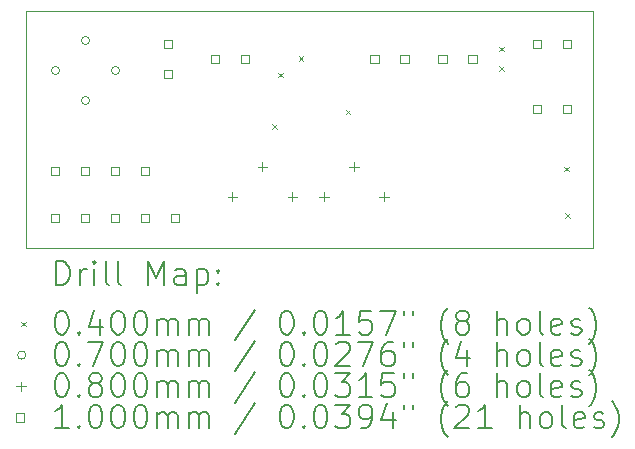
<source format=gbr>
%FSLAX45Y45*%
G04 Gerber Fmt 4.5, Leading zero omitted, Abs format (unit mm)*
G04 Created by KiCad (PCBNEW 6.0.2+dfsg-1) date 2022-08-15 18:10:56*
%MOMM*%
%LPD*%
G01*
G04 APERTURE LIST*
%TA.AperFunction,Profile*%
%ADD10C,0.100000*%
%TD*%
%ADD11C,0.200000*%
%ADD12C,0.040000*%
%ADD13C,0.070000*%
%ADD14C,0.080000*%
%ADD15C,0.100000*%
G04 APERTURE END LIST*
D10*
X12000000Y-5900000D02*
X12000000Y-3900000D01*
X12000000Y-3900000D02*
X16800000Y-3900000D01*
X16800000Y-5900000D02*
X12000000Y-5900000D01*
X16800000Y-3900000D02*
X16800000Y-5900000D01*
D11*
D12*
X14080000Y-4855000D02*
X14120000Y-4895000D01*
X14120000Y-4855000D02*
X14080000Y-4895000D01*
X14132500Y-4418500D02*
X14172500Y-4458500D01*
X14172500Y-4418500D02*
X14132500Y-4458500D01*
X14305000Y-4280000D02*
X14345000Y-4320000D01*
X14345000Y-4280000D02*
X14305000Y-4320000D01*
X14702500Y-4730000D02*
X14742500Y-4770000D01*
X14742500Y-4730000D02*
X14702500Y-4770000D01*
X16005000Y-4197500D02*
X16045000Y-4237500D01*
X16045000Y-4197500D02*
X16005000Y-4237500D01*
X16005000Y-4362500D02*
X16045000Y-4402500D01*
X16045000Y-4362500D02*
X16005000Y-4402500D01*
X16555000Y-5212500D02*
X16595000Y-5252500D01*
X16595000Y-5212500D02*
X16555000Y-5252500D01*
X16562500Y-5605000D02*
X16602500Y-5645000D01*
X16602500Y-5605000D02*
X16562500Y-5645000D01*
D13*
X12281000Y-4400000D02*
G75*
G03*
X12281000Y-4400000I-35000J0D01*
G01*
X12535000Y-4146000D02*
G75*
G03*
X12535000Y-4146000I-35000J0D01*
G01*
X12535000Y-4654000D02*
G75*
G03*
X12535000Y-4654000I-35000J0D01*
G01*
X12789000Y-4400000D02*
G75*
G03*
X12789000Y-4400000I-35000J0D01*
G01*
D14*
X13744500Y-5427500D02*
X13744500Y-5507500D01*
X13704500Y-5467500D02*
X13784500Y-5467500D01*
X13998500Y-5173500D02*
X13998500Y-5253500D01*
X13958500Y-5213500D02*
X14038500Y-5213500D01*
X14252500Y-5427500D02*
X14252500Y-5507500D01*
X14212500Y-5467500D02*
X14292500Y-5467500D01*
X14519500Y-5427500D02*
X14519500Y-5507500D01*
X14479500Y-5467500D02*
X14559500Y-5467500D01*
X14773500Y-5173500D02*
X14773500Y-5253500D01*
X14733500Y-5213500D02*
X14813500Y-5213500D01*
X15027500Y-5427500D02*
X15027500Y-5507500D01*
X14987500Y-5467500D02*
X15067500Y-5467500D01*
D15*
X12277856Y-5285356D02*
X12277856Y-5214644D01*
X12207144Y-5214644D01*
X12207144Y-5285356D01*
X12277856Y-5285356D01*
X12277856Y-5685356D02*
X12277856Y-5614644D01*
X12207144Y-5614644D01*
X12207144Y-5685356D01*
X12277856Y-5685356D01*
X12531856Y-5285356D02*
X12531856Y-5214644D01*
X12461144Y-5214644D01*
X12461144Y-5285356D01*
X12531856Y-5285356D01*
X12531856Y-5685356D02*
X12531856Y-5614644D01*
X12461144Y-5614644D01*
X12461144Y-5685356D01*
X12531856Y-5685356D01*
X12785856Y-5285356D02*
X12785856Y-5214644D01*
X12715144Y-5214644D01*
X12715144Y-5285356D01*
X12785856Y-5285356D01*
X12785856Y-5685356D02*
X12785856Y-5614644D01*
X12715144Y-5614644D01*
X12715144Y-5685356D01*
X12785856Y-5685356D01*
X13039856Y-5285356D02*
X13039856Y-5214644D01*
X12969144Y-5214644D01*
X12969144Y-5285356D01*
X13039856Y-5285356D01*
X13039856Y-5685356D02*
X13039856Y-5614644D01*
X12969144Y-5614644D01*
X12969144Y-5685356D01*
X13039856Y-5685356D01*
X13235356Y-4208356D02*
X13235356Y-4137644D01*
X13164644Y-4137644D01*
X13164644Y-4208356D01*
X13235356Y-4208356D01*
X13235356Y-4462356D02*
X13235356Y-4391644D01*
X13164644Y-4391644D01*
X13164644Y-4462356D01*
X13235356Y-4462356D01*
X13293856Y-5685356D02*
X13293856Y-5614644D01*
X13223144Y-5614644D01*
X13223144Y-5685356D01*
X13293856Y-5685356D01*
X13633356Y-4335356D02*
X13633356Y-4264644D01*
X13562644Y-4264644D01*
X13562644Y-4335356D01*
X13633356Y-4335356D01*
X13887356Y-4335356D02*
X13887356Y-4264644D01*
X13816644Y-4264644D01*
X13816644Y-4335356D01*
X13887356Y-4335356D01*
X14983356Y-4335356D02*
X14983356Y-4264644D01*
X14912644Y-4264644D01*
X14912644Y-4335356D01*
X14983356Y-4335356D01*
X15237356Y-4335356D02*
X15237356Y-4264644D01*
X15166644Y-4264644D01*
X15166644Y-4335356D01*
X15237356Y-4335356D01*
X15558356Y-4335356D02*
X15558356Y-4264644D01*
X15487644Y-4264644D01*
X15487644Y-4335356D01*
X15558356Y-4335356D01*
X15812356Y-4335356D02*
X15812356Y-4264644D01*
X15741644Y-4264644D01*
X15741644Y-4335356D01*
X15812356Y-4335356D01*
X16358356Y-4210356D02*
X16358356Y-4139644D01*
X16287644Y-4139644D01*
X16287644Y-4210356D01*
X16358356Y-4210356D01*
X16358356Y-4760356D02*
X16358356Y-4689644D01*
X16287644Y-4689644D01*
X16287644Y-4760356D01*
X16358356Y-4760356D01*
X16612356Y-4210356D02*
X16612356Y-4139644D01*
X16541644Y-4139644D01*
X16541644Y-4210356D01*
X16612356Y-4210356D01*
X16612356Y-4760356D02*
X16612356Y-4689644D01*
X16541644Y-4689644D01*
X16541644Y-4760356D01*
X16612356Y-4760356D01*
D11*
X12252619Y-6215476D02*
X12252619Y-6015476D01*
X12300238Y-6015476D01*
X12328809Y-6025000D01*
X12347857Y-6044048D01*
X12357381Y-6063095D01*
X12366905Y-6101190D01*
X12366905Y-6129762D01*
X12357381Y-6167857D01*
X12347857Y-6186905D01*
X12328809Y-6205952D01*
X12300238Y-6215476D01*
X12252619Y-6215476D01*
X12452619Y-6215476D02*
X12452619Y-6082143D01*
X12452619Y-6120238D02*
X12462143Y-6101190D01*
X12471667Y-6091667D01*
X12490714Y-6082143D01*
X12509762Y-6082143D01*
X12576428Y-6215476D02*
X12576428Y-6082143D01*
X12576428Y-6015476D02*
X12566905Y-6025000D01*
X12576428Y-6034524D01*
X12585952Y-6025000D01*
X12576428Y-6015476D01*
X12576428Y-6034524D01*
X12700238Y-6215476D02*
X12681190Y-6205952D01*
X12671667Y-6186905D01*
X12671667Y-6015476D01*
X12805000Y-6215476D02*
X12785952Y-6205952D01*
X12776428Y-6186905D01*
X12776428Y-6015476D01*
X13033571Y-6215476D02*
X13033571Y-6015476D01*
X13100238Y-6158333D01*
X13166905Y-6015476D01*
X13166905Y-6215476D01*
X13347857Y-6215476D02*
X13347857Y-6110714D01*
X13338333Y-6091667D01*
X13319286Y-6082143D01*
X13281190Y-6082143D01*
X13262143Y-6091667D01*
X13347857Y-6205952D02*
X13328809Y-6215476D01*
X13281190Y-6215476D01*
X13262143Y-6205952D01*
X13252619Y-6186905D01*
X13252619Y-6167857D01*
X13262143Y-6148809D01*
X13281190Y-6139286D01*
X13328809Y-6139286D01*
X13347857Y-6129762D01*
X13443095Y-6082143D02*
X13443095Y-6282143D01*
X13443095Y-6091667D02*
X13462143Y-6082143D01*
X13500238Y-6082143D01*
X13519286Y-6091667D01*
X13528809Y-6101190D01*
X13538333Y-6120238D01*
X13538333Y-6177381D01*
X13528809Y-6196428D01*
X13519286Y-6205952D01*
X13500238Y-6215476D01*
X13462143Y-6215476D01*
X13443095Y-6205952D01*
X13624048Y-6196428D02*
X13633571Y-6205952D01*
X13624048Y-6215476D01*
X13614524Y-6205952D01*
X13624048Y-6196428D01*
X13624048Y-6215476D01*
X13624048Y-6091667D02*
X13633571Y-6101190D01*
X13624048Y-6110714D01*
X13614524Y-6101190D01*
X13624048Y-6091667D01*
X13624048Y-6110714D01*
D12*
X11955000Y-6525000D02*
X11995000Y-6565000D01*
X11995000Y-6525000D02*
X11955000Y-6565000D01*
D11*
X12290714Y-6435476D02*
X12309762Y-6435476D01*
X12328809Y-6445000D01*
X12338333Y-6454524D01*
X12347857Y-6473571D01*
X12357381Y-6511667D01*
X12357381Y-6559286D01*
X12347857Y-6597381D01*
X12338333Y-6616428D01*
X12328809Y-6625952D01*
X12309762Y-6635476D01*
X12290714Y-6635476D01*
X12271667Y-6625952D01*
X12262143Y-6616428D01*
X12252619Y-6597381D01*
X12243095Y-6559286D01*
X12243095Y-6511667D01*
X12252619Y-6473571D01*
X12262143Y-6454524D01*
X12271667Y-6445000D01*
X12290714Y-6435476D01*
X12443095Y-6616428D02*
X12452619Y-6625952D01*
X12443095Y-6635476D01*
X12433571Y-6625952D01*
X12443095Y-6616428D01*
X12443095Y-6635476D01*
X12624048Y-6502143D02*
X12624048Y-6635476D01*
X12576428Y-6425952D02*
X12528809Y-6568809D01*
X12652619Y-6568809D01*
X12766905Y-6435476D02*
X12785952Y-6435476D01*
X12805000Y-6445000D01*
X12814524Y-6454524D01*
X12824048Y-6473571D01*
X12833571Y-6511667D01*
X12833571Y-6559286D01*
X12824048Y-6597381D01*
X12814524Y-6616428D01*
X12805000Y-6625952D01*
X12785952Y-6635476D01*
X12766905Y-6635476D01*
X12747857Y-6625952D01*
X12738333Y-6616428D01*
X12728809Y-6597381D01*
X12719286Y-6559286D01*
X12719286Y-6511667D01*
X12728809Y-6473571D01*
X12738333Y-6454524D01*
X12747857Y-6445000D01*
X12766905Y-6435476D01*
X12957381Y-6435476D02*
X12976428Y-6435476D01*
X12995476Y-6445000D01*
X13005000Y-6454524D01*
X13014524Y-6473571D01*
X13024048Y-6511667D01*
X13024048Y-6559286D01*
X13014524Y-6597381D01*
X13005000Y-6616428D01*
X12995476Y-6625952D01*
X12976428Y-6635476D01*
X12957381Y-6635476D01*
X12938333Y-6625952D01*
X12928809Y-6616428D01*
X12919286Y-6597381D01*
X12909762Y-6559286D01*
X12909762Y-6511667D01*
X12919286Y-6473571D01*
X12928809Y-6454524D01*
X12938333Y-6445000D01*
X12957381Y-6435476D01*
X13109762Y-6635476D02*
X13109762Y-6502143D01*
X13109762Y-6521190D02*
X13119286Y-6511667D01*
X13138333Y-6502143D01*
X13166905Y-6502143D01*
X13185952Y-6511667D01*
X13195476Y-6530714D01*
X13195476Y-6635476D01*
X13195476Y-6530714D02*
X13205000Y-6511667D01*
X13224048Y-6502143D01*
X13252619Y-6502143D01*
X13271667Y-6511667D01*
X13281190Y-6530714D01*
X13281190Y-6635476D01*
X13376428Y-6635476D02*
X13376428Y-6502143D01*
X13376428Y-6521190D02*
X13385952Y-6511667D01*
X13405000Y-6502143D01*
X13433571Y-6502143D01*
X13452619Y-6511667D01*
X13462143Y-6530714D01*
X13462143Y-6635476D01*
X13462143Y-6530714D02*
X13471667Y-6511667D01*
X13490714Y-6502143D01*
X13519286Y-6502143D01*
X13538333Y-6511667D01*
X13547857Y-6530714D01*
X13547857Y-6635476D01*
X13938333Y-6425952D02*
X13766905Y-6683095D01*
X14195476Y-6435476D02*
X14214524Y-6435476D01*
X14233571Y-6445000D01*
X14243095Y-6454524D01*
X14252619Y-6473571D01*
X14262143Y-6511667D01*
X14262143Y-6559286D01*
X14252619Y-6597381D01*
X14243095Y-6616428D01*
X14233571Y-6625952D01*
X14214524Y-6635476D01*
X14195476Y-6635476D01*
X14176428Y-6625952D01*
X14166905Y-6616428D01*
X14157381Y-6597381D01*
X14147857Y-6559286D01*
X14147857Y-6511667D01*
X14157381Y-6473571D01*
X14166905Y-6454524D01*
X14176428Y-6445000D01*
X14195476Y-6435476D01*
X14347857Y-6616428D02*
X14357381Y-6625952D01*
X14347857Y-6635476D01*
X14338333Y-6625952D01*
X14347857Y-6616428D01*
X14347857Y-6635476D01*
X14481190Y-6435476D02*
X14500238Y-6435476D01*
X14519286Y-6445000D01*
X14528809Y-6454524D01*
X14538333Y-6473571D01*
X14547857Y-6511667D01*
X14547857Y-6559286D01*
X14538333Y-6597381D01*
X14528809Y-6616428D01*
X14519286Y-6625952D01*
X14500238Y-6635476D01*
X14481190Y-6635476D01*
X14462143Y-6625952D01*
X14452619Y-6616428D01*
X14443095Y-6597381D01*
X14433571Y-6559286D01*
X14433571Y-6511667D01*
X14443095Y-6473571D01*
X14452619Y-6454524D01*
X14462143Y-6445000D01*
X14481190Y-6435476D01*
X14738333Y-6635476D02*
X14624048Y-6635476D01*
X14681190Y-6635476D02*
X14681190Y-6435476D01*
X14662143Y-6464048D01*
X14643095Y-6483095D01*
X14624048Y-6492619D01*
X14919286Y-6435476D02*
X14824048Y-6435476D01*
X14814524Y-6530714D01*
X14824048Y-6521190D01*
X14843095Y-6511667D01*
X14890714Y-6511667D01*
X14909762Y-6521190D01*
X14919286Y-6530714D01*
X14928809Y-6549762D01*
X14928809Y-6597381D01*
X14919286Y-6616428D01*
X14909762Y-6625952D01*
X14890714Y-6635476D01*
X14843095Y-6635476D01*
X14824048Y-6625952D01*
X14814524Y-6616428D01*
X14995476Y-6435476D02*
X15128809Y-6435476D01*
X15043095Y-6635476D01*
X15195476Y-6435476D02*
X15195476Y-6473571D01*
X15271667Y-6435476D02*
X15271667Y-6473571D01*
X15566905Y-6711667D02*
X15557381Y-6702143D01*
X15538333Y-6673571D01*
X15528809Y-6654524D01*
X15519286Y-6625952D01*
X15509762Y-6578333D01*
X15509762Y-6540238D01*
X15519286Y-6492619D01*
X15528809Y-6464048D01*
X15538333Y-6445000D01*
X15557381Y-6416428D01*
X15566905Y-6406905D01*
X15671667Y-6521190D02*
X15652619Y-6511667D01*
X15643095Y-6502143D01*
X15633571Y-6483095D01*
X15633571Y-6473571D01*
X15643095Y-6454524D01*
X15652619Y-6445000D01*
X15671667Y-6435476D01*
X15709762Y-6435476D01*
X15728809Y-6445000D01*
X15738333Y-6454524D01*
X15747857Y-6473571D01*
X15747857Y-6483095D01*
X15738333Y-6502143D01*
X15728809Y-6511667D01*
X15709762Y-6521190D01*
X15671667Y-6521190D01*
X15652619Y-6530714D01*
X15643095Y-6540238D01*
X15633571Y-6559286D01*
X15633571Y-6597381D01*
X15643095Y-6616428D01*
X15652619Y-6625952D01*
X15671667Y-6635476D01*
X15709762Y-6635476D01*
X15728809Y-6625952D01*
X15738333Y-6616428D01*
X15747857Y-6597381D01*
X15747857Y-6559286D01*
X15738333Y-6540238D01*
X15728809Y-6530714D01*
X15709762Y-6521190D01*
X15985952Y-6635476D02*
X15985952Y-6435476D01*
X16071667Y-6635476D02*
X16071667Y-6530714D01*
X16062143Y-6511667D01*
X16043095Y-6502143D01*
X16014524Y-6502143D01*
X15995476Y-6511667D01*
X15985952Y-6521190D01*
X16195476Y-6635476D02*
X16176428Y-6625952D01*
X16166905Y-6616428D01*
X16157381Y-6597381D01*
X16157381Y-6540238D01*
X16166905Y-6521190D01*
X16176428Y-6511667D01*
X16195476Y-6502143D01*
X16224048Y-6502143D01*
X16243095Y-6511667D01*
X16252619Y-6521190D01*
X16262143Y-6540238D01*
X16262143Y-6597381D01*
X16252619Y-6616428D01*
X16243095Y-6625952D01*
X16224048Y-6635476D01*
X16195476Y-6635476D01*
X16376428Y-6635476D02*
X16357381Y-6625952D01*
X16347857Y-6606905D01*
X16347857Y-6435476D01*
X16528809Y-6625952D02*
X16509762Y-6635476D01*
X16471667Y-6635476D01*
X16452619Y-6625952D01*
X16443095Y-6606905D01*
X16443095Y-6530714D01*
X16452619Y-6511667D01*
X16471667Y-6502143D01*
X16509762Y-6502143D01*
X16528809Y-6511667D01*
X16538333Y-6530714D01*
X16538333Y-6549762D01*
X16443095Y-6568809D01*
X16614524Y-6625952D02*
X16633571Y-6635476D01*
X16671667Y-6635476D01*
X16690714Y-6625952D01*
X16700238Y-6606905D01*
X16700238Y-6597381D01*
X16690714Y-6578333D01*
X16671667Y-6568809D01*
X16643095Y-6568809D01*
X16624048Y-6559286D01*
X16614524Y-6540238D01*
X16614524Y-6530714D01*
X16624048Y-6511667D01*
X16643095Y-6502143D01*
X16671667Y-6502143D01*
X16690714Y-6511667D01*
X16766905Y-6711667D02*
X16776428Y-6702143D01*
X16795476Y-6673571D01*
X16805000Y-6654524D01*
X16814524Y-6625952D01*
X16824048Y-6578333D01*
X16824048Y-6540238D01*
X16814524Y-6492619D01*
X16805000Y-6464048D01*
X16795476Y-6445000D01*
X16776428Y-6416428D01*
X16766905Y-6406905D01*
D13*
X11995000Y-6809000D02*
G75*
G03*
X11995000Y-6809000I-35000J0D01*
G01*
D11*
X12290714Y-6699476D02*
X12309762Y-6699476D01*
X12328809Y-6709000D01*
X12338333Y-6718524D01*
X12347857Y-6737571D01*
X12357381Y-6775667D01*
X12357381Y-6823286D01*
X12347857Y-6861381D01*
X12338333Y-6880428D01*
X12328809Y-6889952D01*
X12309762Y-6899476D01*
X12290714Y-6899476D01*
X12271667Y-6889952D01*
X12262143Y-6880428D01*
X12252619Y-6861381D01*
X12243095Y-6823286D01*
X12243095Y-6775667D01*
X12252619Y-6737571D01*
X12262143Y-6718524D01*
X12271667Y-6709000D01*
X12290714Y-6699476D01*
X12443095Y-6880428D02*
X12452619Y-6889952D01*
X12443095Y-6899476D01*
X12433571Y-6889952D01*
X12443095Y-6880428D01*
X12443095Y-6899476D01*
X12519286Y-6699476D02*
X12652619Y-6699476D01*
X12566905Y-6899476D01*
X12766905Y-6699476D02*
X12785952Y-6699476D01*
X12805000Y-6709000D01*
X12814524Y-6718524D01*
X12824048Y-6737571D01*
X12833571Y-6775667D01*
X12833571Y-6823286D01*
X12824048Y-6861381D01*
X12814524Y-6880428D01*
X12805000Y-6889952D01*
X12785952Y-6899476D01*
X12766905Y-6899476D01*
X12747857Y-6889952D01*
X12738333Y-6880428D01*
X12728809Y-6861381D01*
X12719286Y-6823286D01*
X12719286Y-6775667D01*
X12728809Y-6737571D01*
X12738333Y-6718524D01*
X12747857Y-6709000D01*
X12766905Y-6699476D01*
X12957381Y-6699476D02*
X12976428Y-6699476D01*
X12995476Y-6709000D01*
X13005000Y-6718524D01*
X13014524Y-6737571D01*
X13024048Y-6775667D01*
X13024048Y-6823286D01*
X13014524Y-6861381D01*
X13005000Y-6880428D01*
X12995476Y-6889952D01*
X12976428Y-6899476D01*
X12957381Y-6899476D01*
X12938333Y-6889952D01*
X12928809Y-6880428D01*
X12919286Y-6861381D01*
X12909762Y-6823286D01*
X12909762Y-6775667D01*
X12919286Y-6737571D01*
X12928809Y-6718524D01*
X12938333Y-6709000D01*
X12957381Y-6699476D01*
X13109762Y-6899476D02*
X13109762Y-6766143D01*
X13109762Y-6785190D02*
X13119286Y-6775667D01*
X13138333Y-6766143D01*
X13166905Y-6766143D01*
X13185952Y-6775667D01*
X13195476Y-6794714D01*
X13195476Y-6899476D01*
X13195476Y-6794714D02*
X13205000Y-6775667D01*
X13224048Y-6766143D01*
X13252619Y-6766143D01*
X13271667Y-6775667D01*
X13281190Y-6794714D01*
X13281190Y-6899476D01*
X13376428Y-6899476D02*
X13376428Y-6766143D01*
X13376428Y-6785190D02*
X13385952Y-6775667D01*
X13405000Y-6766143D01*
X13433571Y-6766143D01*
X13452619Y-6775667D01*
X13462143Y-6794714D01*
X13462143Y-6899476D01*
X13462143Y-6794714D02*
X13471667Y-6775667D01*
X13490714Y-6766143D01*
X13519286Y-6766143D01*
X13538333Y-6775667D01*
X13547857Y-6794714D01*
X13547857Y-6899476D01*
X13938333Y-6689952D02*
X13766905Y-6947095D01*
X14195476Y-6699476D02*
X14214524Y-6699476D01*
X14233571Y-6709000D01*
X14243095Y-6718524D01*
X14252619Y-6737571D01*
X14262143Y-6775667D01*
X14262143Y-6823286D01*
X14252619Y-6861381D01*
X14243095Y-6880428D01*
X14233571Y-6889952D01*
X14214524Y-6899476D01*
X14195476Y-6899476D01*
X14176428Y-6889952D01*
X14166905Y-6880428D01*
X14157381Y-6861381D01*
X14147857Y-6823286D01*
X14147857Y-6775667D01*
X14157381Y-6737571D01*
X14166905Y-6718524D01*
X14176428Y-6709000D01*
X14195476Y-6699476D01*
X14347857Y-6880428D02*
X14357381Y-6889952D01*
X14347857Y-6899476D01*
X14338333Y-6889952D01*
X14347857Y-6880428D01*
X14347857Y-6899476D01*
X14481190Y-6699476D02*
X14500238Y-6699476D01*
X14519286Y-6709000D01*
X14528809Y-6718524D01*
X14538333Y-6737571D01*
X14547857Y-6775667D01*
X14547857Y-6823286D01*
X14538333Y-6861381D01*
X14528809Y-6880428D01*
X14519286Y-6889952D01*
X14500238Y-6899476D01*
X14481190Y-6899476D01*
X14462143Y-6889952D01*
X14452619Y-6880428D01*
X14443095Y-6861381D01*
X14433571Y-6823286D01*
X14433571Y-6775667D01*
X14443095Y-6737571D01*
X14452619Y-6718524D01*
X14462143Y-6709000D01*
X14481190Y-6699476D01*
X14624048Y-6718524D02*
X14633571Y-6709000D01*
X14652619Y-6699476D01*
X14700238Y-6699476D01*
X14719286Y-6709000D01*
X14728809Y-6718524D01*
X14738333Y-6737571D01*
X14738333Y-6756619D01*
X14728809Y-6785190D01*
X14614524Y-6899476D01*
X14738333Y-6899476D01*
X14805000Y-6699476D02*
X14938333Y-6699476D01*
X14852619Y-6899476D01*
X15100238Y-6699476D02*
X15062143Y-6699476D01*
X15043095Y-6709000D01*
X15033571Y-6718524D01*
X15014524Y-6747095D01*
X15005000Y-6785190D01*
X15005000Y-6861381D01*
X15014524Y-6880428D01*
X15024048Y-6889952D01*
X15043095Y-6899476D01*
X15081190Y-6899476D01*
X15100238Y-6889952D01*
X15109762Y-6880428D01*
X15119286Y-6861381D01*
X15119286Y-6813762D01*
X15109762Y-6794714D01*
X15100238Y-6785190D01*
X15081190Y-6775667D01*
X15043095Y-6775667D01*
X15024048Y-6785190D01*
X15014524Y-6794714D01*
X15005000Y-6813762D01*
X15195476Y-6699476D02*
X15195476Y-6737571D01*
X15271667Y-6699476D02*
X15271667Y-6737571D01*
X15566905Y-6975667D02*
X15557381Y-6966143D01*
X15538333Y-6937571D01*
X15528809Y-6918524D01*
X15519286Y-6889952D01*
X15509762Y-6842333D01*
X15509762Y-6804238D01*
X15519286Y-6756619D01*
X15528809Y-6728048D01*
X15538333Y-6709000D01*
X15557381Y-6680428D01*
X15566905Y-6670905D01*
X15728809Y-6766143D02*
X15728809Y-6899476D01*
X15681190Y-6689952D02*
X15633571Y-6832809D01*
X15757381Y-6832809D01*
X15985952Y-6899476D02*
X15985952Y-6699476D01*
X16071667Y-6899476D02*
X16071667Y-6794714D01*
X16062143Y-6775667D01*
X16043095Y-6766143D01*
X16014524Y-6766143D01*
X15995476Y-6775667D01*
X15985952Y-6785190D01*
X16195476Y-6899476D02*
X16176428Y-6889952D01*
X16166905Y-6880428D01*
X16157381Y-6861381D01*
X16157381Y-6804238D01*
X16166905Y-6785190D01*
X16176428Y-6775667D01*
X16195476Y-6766143D01*
X16224048Y-6766143D01*
X16243095Y-6775667D01*
X16252619Y-6785190D01*
X16262143Y-6804238D01*
X16262143Y-6861381D01*
X16252619Y-6880428D01*
X16243095Y-6889952D01*
X16224048Y-6899476D01*
X16195476Y-6899476D01*
X16376428Y-6899476D02*
X16357381Y-6889952D01*
X16347857Y-6870905D01*
X16347857Y-6699476D01*
X16528809Y-6889952D02*
X16509762Y-6899476D01*
X16471667Y-6899476D01*
X16452619Y-6889952D01*
X16443095Y-6870905D01*
X16443095Y-6794714D01*
X16452619Y-6775667D01*
X16471667Y-6766143D01*
X16509762Y-6766143D01*
X16528809Y-6775667D01*
X16538333Y-6794714D01*
X16538333Y-6813762D01*
X16443095Y-6832809D01*
X16614524Y-6889952D02*
X16633571Y-6899476D01*
X16671667Y-6899476D01*
X16690714Y-6889952D01*
X16700238Y-6870905D01*
X16700238Y-6861381D01*
X16690714Y-6842333D01*
X16671667Y-6832809D01*
X16643095Y-6832809D01*
X16624048Y-6823286D01*
X16614524Y-6804238D01*
X16614524Y-6794714D01*
X16624048Y-6775667D01*
X16643095Y-6766143D01*
X16671667Y-6766143D01*
X16690714Y-6775667D01*
X16766905Y-6975667D02*
X16776428Y-6966143D01*
X16795476Y-6937571D01*
X16805000Y-6918524D01*
X16814524Y-6889952D01*
X16824048Y-6842333D01*
X16824048Y-6804238D01*
X16814524Y-6756619D01*
X16805000Y-6728048D01*
X16795476Y-6709000D01*
X16776428Y-6680428D01*
X16766905Y-6670905D01*
D14*
X11955000Y-7033000D02*
X11955000Y-7113000D01*
X11915000Y-7073000D02*
X11995000Y-7073000D01*
D11*
X12290714Y-6963476D02*
X12309762Y-6963476D01*
X12328809Y-6973000D01*
X12338333Y-6982524D01*
X12347857Y-7001571D01*
X12357381Y-7039667D01*
X12357381Y-7087286D01*
X12347857Y-7125381D01*
X12338333Y-7144428D01*
X12328809Y-7153952D01*
X12309762Y-7163476D01*
X12290714Y-7163476D01*
X12271667Y-7153952D01*
X12262143Y-7144428D01*
X12252619Y-7125381D01*
X12243095Y-7087286D01*
X12243095Y-7039667D01*
X12252619Y-7001571D01*
X12262143Y-6982524D01*
X12271667Y-6973000D01*
X12290714Y-6963476D01*
X12443095Y-7144428D02*
X12452619Y-7153952D01*
X12443095Y-7163476D01*
X12433571Y-7153952D01*
X12443095Y-7144428D01*
X12443095Y-7163476D01*
X12566905Y-7049190D02*
X12547857Y-7039667D01*
X12538333Y-7030143D01*
X12528809Y-7011095D01*
X12528809Y-7001571D01*
X12538333Y-6982524D01*
X12547857Y-6973000D01*
X12566905Y-6963476D01*
X12605000Y-6963476D01*
X12624048Y-6973000D01*
X12633571Y-6982524D01*
X12643095Y-7001571D01*
X12643095Y-7011095D01*
X12633571Y-7030143D01*
X12624048Y-7039667D01*
X12605000Y-7049190D01*
X12566905Y-7049190D01*
X12547857Y-7058714D01*
X12538333Y-7068238D01*
X12528809Y-7087286D01*
X12528809Y-7125381D01*
X12538333Y-7144428D01*
X12547857Y-7153952D01*
X12566905Y-7163476D01*
X12605000Y-7163476D01*
X12624048Y-7153952D01*
X12633571Y-7144428D01*
X12643095Y-7125381D01*
X12643095Y-7087286D01*
X12633571Y-7068238D01*
X12624048Y-7058714D01*
X12605000Y-7049190D01*
X12766905Y-6963476D02*
X12785952Y-6963476D01*
X12805000Y-6973000D01*
X12814524Y-6982524D01*
X12824048Y-7001571D01*
X12833571Y-7039667D01*
X12833571Y-7087286D01*
X12824048Y-7125381D01*
X12814524Y-7144428D01*
X12805000Y-7153952D01*
X12785952Y-7163476D01*
X12766905Y-7163476D01*
X12747857Y-7153952D01*
X12738333Y-7144428D01*
X12728809Y-7125381D01*
X12719286Y-7087286D01*
X12719286Y-7039667D01*
X12728809Y-7001571D01*
X12738333Y-6982524D01*
X12747857Y-6973000D01*
X12766905Y-6963476D01*
X12957381Y-6963476D02*
X12976428Y-6963476D01*
X12995476Y-6973000D01*
X13005000Y-6982524D01*
X13014524Y-7001571D01*
X13024048Y-7039667D01*
X13024048Y-7087286D01*
X13014524Y-7125381D01*
X13005000Y-7144428D01*
X12995476Y-7153952D01*
X12976428Y-7163476D01*
X12957381Y-7163476D01*
X12938333Y-7153952D01*
X12928809Y-7144428D01*
X12919286Y-7125381D01*
X12909762Y-7087286D01*
X12909762Y-7039667D01*
X12919286Y-7001571D01*
X12928809Y-6982524D01*
X12938333Y-6973000D01*
X12957381Y-6963476D01*
X13109762Y-7163476D02*
X13109762Y-7030143D01*
X13109762Y-7049190D02*
X13119286Y-7039667D01*
X13138333Y-7030143D01*
X13166905Y-7030143D01*
X13185952Y-7039667D01*
X13195476Y-7058714D01*
X13195476Y-7163476D01*
X13195476Y-7058714D02*
X13205000Y-7039667D01*
X13224048Y-7030143D01*
X13252619Y-7030143D01*
X13271667Y-7039667D01*
X13281190Y-7058714D01*
X13281190Y-7163476D01*
X13376428Y-7163476D02*
X13376428Y-7030143D01*
X13376428Y-7049190D02*
X13385952Y-7039667D01*
X13405000Y-7030143D01*
X13433571Y-7030143D01*
X13452619Y-7039667D01*
X13462143Y-7058714D01*
X13462143Y-7163476D01*
X13462143Y-7058714D02*
X13471667Y-7039667D01*
X13490714Y-7030143D01*
X13519286Y-7030143D01*
X13538333Y-7039667D01*
X13547857Y-7058714D01*
X13547857Y-7163476D01*
X13938333Y-6953952D02*
X13766905Y-7211095D01*
X14195476Y-6963476D02*
X14214524Y-6963476D01*
X14233571Y-6973000D01*
X14243095Y-6982524D01*
X14252619Y-7001571D01*
X14262143Y-7039667D01*
X14262143Y-7087286D01*
X14252619Y-7125381D01*
X14243095Y-7144428D01*
X14233571Y-7153952D01*
X14214524Y-7163476D01*
X14195476Y-7163476D01*
X14176428Y-7153952D01*
X14166905Y-7144428D01*
X14157381Y-7125381D01*
X14147857Y-7087286D01*
X14147857Y-7039667D01*
X14157381Y-7001571D01*
X14166905Y-6982524D01*
X14176428Y-6973000D01*
X14195476Y-6963476D01*
X14347857Y-7144428D02*
X14357381Y-7153952D01*
X14347857Y-7163476D01*
X14338333Y-7153952D01*
X14347857Y-7144428D01*
X14347857Y-7163476D01*
X14481190Y-6963476D02*
X14500238Y-6963476D01*
X14519286Y-6973000D01*
X14528809Y-6982524D01*
X14538333Y-7001571D01*
X14547857Y-7039667D01*
X14547857Y-7087286D01*
X14538333Y-7125381D01*
X14528809Y-7144428D01*
X14519286Y-7153952D01*
X14500238Y-7163476D01*
X14481190Y-7163476D01*
X14462143Y-7153952D01*
X14452619Y-7144428D01*
X14443095Y-7125381D01*
X14433571Y-7087286D01*
X14433571Y-7039667D01*
X14443095Y-7001571D01*
X14452619Y-6982524D01*
X14462143Y-6973000D01*
X14481190Y-6963476D01*
X14614524Y-6963476D02*
X14738333Y-6963476D01*
X14671667Y-7039667D01*
X14700238Y-7039667D01*
X14719286Y-7049190D01*
X14728809Y-7058714D01*
X14738333Y-7077762D01*
X14738333Y-7125381D01*
X14728809Y-7144428D01*
X14719286Y-7153952D01*
X14700238Y-7163476D01*
X14643095Y-7163476D01*
X14624048Y-7153952D01*
X14614524Y-7144428D01*
X14928809Y-7163476D02*
X14814524Y-7163476D01*
X14871667Y-7163476D02*
X14871667Y-6963476D01*
X14852619Y-6992048D01*
X14833571Y-7011095D01*
X14814524Y-7020619D01*
X15109762Y-6963476D02*
X15014524Y-6963476D01*
X15005000Y-7058714D01*
X15014524Y-7049190D01*
X15033571Y-7039667D01*
X15081190Y-7039667D01*
X15100238Y-7049190D01*
X15109762Y-7058714D01*
X15119286Y-7077762D01*
X15119286Y-7125381D01*
X15109762Y-7144428D01*
X15100238Y-7153952D01*
X15081190Y-7163476D01*
X15033571Y-7163476D01*
X15014524Y-7153952D01*
X15005000Y-7144428D01*
X15195476Y-6963476D02*
X15195476Y-7001571D01*
X15271667Y-6963476D02*
X15271667Y-7001571D01*
X15566905Y-7239667D02*
X15557381Y-7230143D01*
X15538333Y-7201571D01*
X15528809Y-7182524D01*
X15519286Y-7153952D01*
X15509762Y-7106333D01*
X15509762Y-7068238D01*
X15519286Y-7020619D01*
X15528809Y-6992048D01*
X15538333Y-6973000D01*
X15557381Y-6944428D01*
X15566905Y-6934905D01*
X15728809Y-6963476D02*
X15690714Y-6963476D01*
X15671667Y-6973000D01*
X15662143Y-6982524D01*
X15643095Y-7011095D01*
X15633571Y-7049190D01*
X15633571Y-7125381D01*
X15643095Y-7144428D01*
X15652619Y-7153952D01*
X15671667Y-7163476D01*
X15709762Y-7163476D01*
X15728809Y-7153952D01*
X15738333Y-7144428D01*
X15747857Y-7125381D01*
X15747857Y-7077762D01*
X15738333Y-7058714D01*
X15728809Y-7049190D01*
X15709762Y-7039667D01*
X15671667Y-7039667D01*
X15652619Y-7049190D01*
X15643095Y-7058714D01*
X15633571Y-7077762D01*
X15985952Y-7163476D02*
X15985952Y-6963476D01*
X16071667Y-7163476D02*
X16071667Y-7058714D01*
X16062143Y-7039667D01*
X16043095Y-7030143D01*
X16014524Y-7030143D01*
X15995476Y-7039667D01*
X15985952Y-7049190D01*
X16195476Y-7163476D02*
X16176428Y-7153952D01*
X16166905Y-7144428D01*
X16157381Y-7125381D01*
X16157381Y-7068238D01*
X16166905Y-7049190D01*
X16176428Y-7039667D01*
X16195476Y-7030143D01*
X16224048Y-7030143D01*
X16243095Y-7039667D01*
X16252619Y-7049190D01*
X16262143Y-7068238D01*
X16262143Y-7125381D01*
X16252619Y-7144428D01*
X16243095Y-7153952D01*
X16224048Y-7163476D01*
X16195476Y-7163476D01*
X16376428Y-7163476D02*
X16357381Y-7153952D01*
X16347857Y-7134905D01*
X16347857Y-6963476D01*
X16528809Y-7153952D02*
X16509762Y-7163476D01*
X16471667Y-7163476D01*
X16452619Y-7153952D01*
X16443095Y-7134905D01*
X16443095Y-7058714D01*
X16452619Y-7039667D01*
X16471667Y-7030143D01*
X16509762Y-7030143D01*
X16528809Y-7039667D01*
X16538333Y-7058714D01*
X16538333Y-7077762D01*
X16443095Y-7096809D01*
X16614524Y-7153952D02*
X16633571Y-7163476D01*
X16671667Y-7163476D01*
X16690714Y-7153952D01*
X16700238Y-7134905D01*
X16700238Y-7125381D01*
X16690714Y-7106333D01*
X16671667Y-7096809D01*
X16643095Y-7096809D01*
X16624048Y-7087286D01*
X16614524Y-7068238D01*
X16614524Y-7058714D01*
X16624048Y-7039667D01*
X16643095Y-7030143D01*
X16671667Y-7030143D01*
X16690714Y-7039667D01*
X16766905Y-7239667D02*
X16776428Y-7230143D01*
X16795476Y-7201571D01*
X16805000Y-7182524D01*
X16814524Y-7153952D01*
X16824048Y-7106333D01*
X16824048Y-7068238D01*
X16814524Y-7020619D01*
X16805000Y-6992048D01*
X16795476Y-6973000D01*
X16776428Y-6944428D01*
X16766905Y-6934905D01*
D15*
X11980356Y-7372356D02*
X11980356Y-7301644D01*
X11909644Y-7301644D01*
X11909644Y-7372356D01*
X11980356Y-7372356D01*
D11*
X12357381Y-7427476D02*
X12243095Y-7427476D01*
X12300238Y-7427476D02*
X12300238Y-7227476D01*
X12281190Y-7256048D01*
X12262143Y-7275095D01*
X12243095Y-7284619D01*
X12443095Y-7408428D02*
X12452619Y-7417952D01*
X12443095Y-7427476D01*
X12433571Y-7417952D01*
X12443095Y-7408428D01*
X12443095Y-7427476D01*
X12576428Y-7227476D02*
X12595476Y-7227476D01*
X12614524Y-7237000D01*
X12624048Y-7246524D01*
X12633571Y-7265571D01*
X12643095Y-7303667D01*
X12643095Y-7351286D01*
X12633571Y-7389381D01*
X12624048Y-7408428D01*
X12614524Y-7417952D01*
X12595476Y-7427476D01*
X12576428Y-7427476D01*
X12557381Y-7417952D01*
X12547857Y-7408428D01*
X12538333Y-7389381D01*
X12528809Y-7351286D01*
X12528809Y-7303667D01*
X12538333Y-7265571D01*
X12547857Y-7246524D01*
X12557381Y-7237000D01*
X12576428Y-7227476D01*
X12766905Y-7227476D02*
X12785952Y-7227476D01*
X12805000Y-7237000D01*
X12814524Y-7246524D01*
X12824048Y-7265571D01*
X12833571Y-7303667D01*
X12833571Y-7351286D01*
X12824048Y-7389381D01*
X12814524Y-7408428D01*
X12805000Y-7417952D01*
X12785952Y-7427476D01*
X12766905Y-7427476D01*
X12747857Y-7417952D01*
X12738333Y-7408428D01*
X12728809Y-7389381D01*
X12719286Y-7351286D01*
X12719286Y-7303667D01*
X12728809Y-7265571D01*
X12738333Y-7246524D01*
X12747857Y-7237000D01*
X12766905Y-7227476D01*
X12957381Y-7227476D02*
X12976428Y-7227476D01*
X12995476Y-7237000D01*
X13005000Y-7246524D01*
X13014524Y-7265571D01*
X13024048Y-7303667D01*
X13024048Y-7351286D01*
X13014524Y-7389381D01*
X13005000Y-7408428D01*
X12995476Y-7417952D01*
X12976428Y-7427476D01*
X12957381Y-7427476D01*
X12938333Y-7417952D01*
X12928809Y-7408428D01*
X12919286Y-7389381D01*
X12909762Y-7351286D01*
X12909762Y-7303667D01*
X12919286Y-7265571D01*
X12928809Y-7246524D01*
X12938333Y-7237000D01*
X12957381Y-7227476D01*
X13109762Y-7427476D02*
X13109762Y-7294143D01*
X13109762Y-7313190D02*
X13119286Y-7303667D01*
X13138333Y-7294143D01*
X13166905Y-7294143D01*
X13185952Y-7303667D01*
X13195476Y-7322714D01*
X13195476Y-7427476D01*
X13195476Y-7322714D02*
X13205000Y-7303667D01*
X13224048Y-7294143D01*
X13252619Y-7294143D01*
X13271667Y-7303667D01*
X13281190Y-7322714D01*
X13281190Y-7427476D01*
X13376428Y-7427476D02*
X13376428Y-7294143D01*
X13376428Y-7313190D02*
X13385952Y-7303667D01*
X13405000Y-7294143D01*
X13433571Y-7294143D01*
X13452619Y-7303667D01*
X13462143Y-7322714D01*
X13462143Y-7427476D01*
X13462143Y-7322714D02*
X13471667Y-7303667D01*
X13490714Y-7294143D01*
X13519286Y-7294143D01*
X13538333Y-7303667D01*
X13547857Y-7322714D01*
X13547857Y-7427476D01*
X13938333Y-7217952D02*
X13766905Y-7475095D01*
X14195476Y-7227476D02*
X14214524Y-7227476D01*
X14233571Y-7237000D01*
X14243095Y-7246524D01*
X14252619Y-7265571D01*
X14262143Y-7303667D01*
X14262143Y-7351286D01*
X14252619Y-7389381D01*
X14243095Y-7408428D01*
X14233571Y-7417952D01*
X14214524Y-7427476D01*
X14195476Y-7427476D01*
X14176428Y-7417952D01*
X14166905Y-7408428D01*
X14157381Y-7389381D01*
X14147857Y-7351286D01*
X14147857Y-7303667D01*
X14157381Y-7265571D01*
X14166905Y-7246524D01*
X14176428Y-7237000D01*
X14195476Y-7227476D01*
X14347857Y-7408428D02*
X14357381Y-7417952D01*
X14347857Y-7427476D01*
X14338333Y-7417952D01*
X14347857Y-7408428D01*
X14347857Y-7427476D01*
X14481190Y-7227476D02*
X14500238Y-7227476D01*
X14519286Y-7237000D01*
X14528809Y-7246524D01*
X14538333Y-7265571D01*
X14547857Y-7303667D01*
X14547857Y-7351286D01*
X14538333Y-7389381D01*
X14528809Y-7408428D01*
X14519286Y-7417952D01*
X14500238Y-7427476D01*
X14481190Y-7427476D01*
X14462143Y-7417952D01*
X14452619Y-7408428D01*
X14443095Y-7389381D01*
X14433571Y-7351286D01*
X14433571Y-7303667D01*
X14443095Y-7265571D01*
X14452619Y-7246524D01*
X14462143Y-7237000D01*
X14481190Y-7227476D01*
X14614524Y-7227476D02*
X14738333Y-7227476D01*
X14671667Y-7303667D01*
X14700238Y-7303667D01*
X14719286Y-7313190D01*
X14728809Y-7322714D01*
X14738333Y-7341762D01*
X14738333Y-7389381D01*
X14728809Y-7408428D01*
X14719286Y-7417952D01*
X14700238Y-7427476D01*
X14643095Y-7427476D01*
X14624048Y-7417952D01*
X14614524Y-7408428D01*
X14833571Y-7427476D02*
X14871667Y-7427476D01*
X14890714Y-7417952D01*
X14900238Y-7408428D01*
X14919286Y-7379857D01*
X14928809Y-7341762D01*
X14928809Y-7265571D01*
X14919286Y-7246524D01*
X14909762Y-7237000D01*
X14890714Y-7227476D01*
X14852619Y-7227476D01*
X14833571Y-7237000D01*
X14824048Y-7246524D01*
X14814524Y-7265571D01*
X14814524Y-7313190D01*
X14824048Y-7332238D01*
X14833571Y-7341762D01*
X14852619Y-7351286D01*
X14890714Y-7351286D01*
X14909762Y-7341762D01*
X14919286Y-7332238D01*
X14928809Y-7313190D01*
X15100238Y-7294143D02*
X15100238Y-7427476D01*
X15052619Y-7217952D02*
X15005000Y-7360809D01*
X15128809Y-7360809D01*
X15195476Y-7227476D02*
X15195476Y-7265571D01*
X15271667Y-7227476D02*
X15271667Y-7265571D01*
X15566905Y-7503667D02*
X15557381Y-7494143D01*
X15538333Y-7465571D01*
X15528809Y-7446524D01*
X15519286Y-7417952D01*
X15509762Y-7370333D01*
X15509762Y-7332238D01*
X15519286Y-7284619D01*
X15528809Y-7256048D01*
X15538333Y-7237000D01*
X15557381Y-7208428D01*
X15566905Y-7198905D01*
X15633571Y-7246524D02*
X15643095Y-7237000D01*
X15662143Y-7227476D01*
X15709762Y-7227476D01*
X15728809Y-7237000D01*
X15738333Y-7246524D01*
X15747857Y-7265571D01*
X15747857Y-7284619D01*
X15738333Y-7313190D01*
X15624048Y-7427476D01*
X15747857Y-7427476D01*
X15938333Y-7427476D02*
X15824048Y-7427476D01*
X15881190Y-7427476D02*
X15881190Y-7227476D01*
X15862143Y-7256048D01*
X15843095Y-7275095D01*
X15824048Y-7284619D01*
X16176428Y-7427476D02*
X16176428Y-7227476D01*
X16262143Y-7427476D02*
X16262143Y-7322714D01*
X16252619Y-7303667D01*
X16233571Y-7294143D01*
X16205000Y-7294143D01*
X16185952Y-7303667D01*
X16176428Y-7313190D01*
X16385952Y-7427476D02*
X16366905Y-7417952D01*
X16357381Y-7408428D01*
X16347857Y-7389381D01*
X16347857Y-7332238D01*
X16357381Y-7313190D01*
X16366905Y-7303667D01*
X16385952Y-7294143D01*
X16414524Y-7294143D01*
X16433571Y-7303667D01*
X16443095Y-7313190D01*
X16452619Y-7332238D01*
X16452619Y-7389381D01*
X16443095Y-7408428D01*
X16433571Y-7417952D01*
X16414524Y-7427476D01*
X16385952Y-7427476D01*
X16566905Y-7427476D02*
X16547857Y-7417952D01*
X16538333Y-7398905D01*
X16538333Y-7227476D01*
X16719286Y-7417952D02*
X16700238Y-7427476D01*
X16662143Y-7427476D01*
X16643095Y-7417952D01*
X16633571Y-7398905D01*
X16633571Y-7322714D01*
X16643095Y-7303667D01*
X16662143Y-7294143D01*
X16700238Y-7294143D01*
X16719286Y-7303667D01*
X16728809Y-7322714D01*
X16728809Y-7341762D01*
X16633571Y-7360809D01*
X16805000Y-7417952D02*
X16824048Y-7427476D01*
X16862143Y-7427476D01*
X16881190Y-7417952D01*
X16890714Y-7398905D01*
X16890714Y-7389381D01*
X16881190Y-7370333D01*
X16862143Y-7360809D01*
X16833571Y-7360809D01*
X16814524Y-7351286D01*
X16805000Y-7332238D01*
X16805000Y-7322714D01*
X16814524Y-7303667D01*
X16833571Y-7294143D01*
X16862143Y-7294143D01*
X16881190Y-7303667D01*
X16957381Y-7503667D02*
X16966905Y-7494143D01*
X16985952Y-7465571D01*
X16995476Y-7446524D01*
X17005000Y-7417952D01*
X17014524Y-7370333D01*
X17014524Y-7332238D01*
X17005000Y-7284619D01*
X16995476Y-7256048D01*
X16985952Y-7237000D01*
X16966905Y-7208428D01*
X16957381Y-7198905D01*
M02*

</source>
